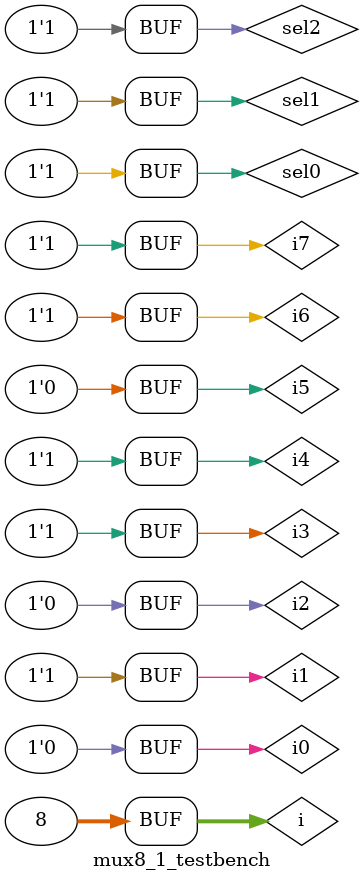
<source format=sv>
module mux8_1 (
	out,
	i0, i1, i2, i3, i4, i5, i6, i7,
	sel0, sel1, sel2
);
		
	output logic out;
	input logic i0, i1, i2, i3, i4, i5, i6, i7;
	input logic sel0, sel1, sel2;
		
	logic out0, out1;
	
	mux4_1 m0 (
		.out(out0),
		.i0(i0), .i1(i1), .i2(i2), .i3(i3),
		.sel0(sel0), .sel1(sel1)
	);
	mux4_1 m1 (
		.out(out1),
		.i0(i4), .i1(i5), .i2(i6), .i3(i7),
		.sel0(sel0), .sel1(sel1)
	);
	
	mux2_1 m (.out(out), .i0(out0), .i1(out1), .sel(sel2));
endmodule

module mux8_1_testbench();
  logic i0, i1, i2, i3, i4, i5, i6, i7;
  logic sel0, sel1, sel2;
  logic out;

  mux8_1 dut (.out(out),
              .i0(i0), .i1(i1), .i2(i2), .i3(i3),
              .i4(i4), .i5(i5), .i6(i6), .i7(i7),
              .sel0(sel0), .sel1(sel1), .sel2(sel2));

  integer i;
  initial begin
    {i0, i1, i2, i3, i4, i5, i6, i7} = 8'b01011011;
    for (i = 0; i < 8; i++) begin
      {sel2, sel1, sel0} = i; #10;
    end
  end
endmodule


</source>
